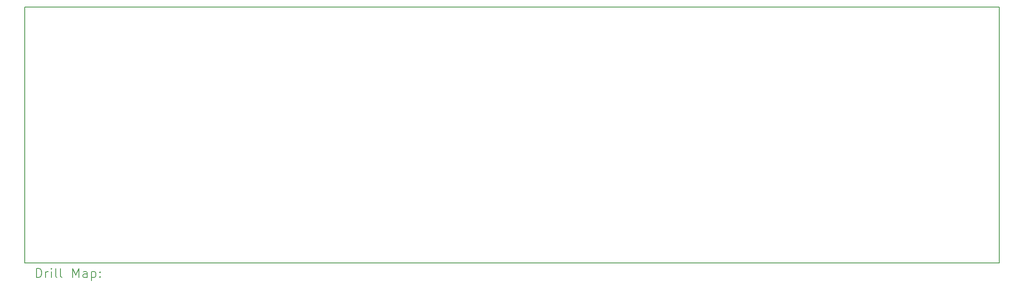
<source format=gbr>
%FSLAX45Y45*%
G04 Gerber Fmt 4.5, Leading zero omitted, Abs format (unit mm)*
G04 Created by KiCad (PCBNEW (6.0.0-0)) date 2024-09-02 12:42:08*
%MOMM*%
%LPD*%
G01*
G04 APERTURE LIST*
%TA.AperFunction,Profile*%
%ADD10C,0.150000*%
%TD*%
%ADD11C,0.200000*%
G04 APERTURE END LIST*
D10*
X26202500Y-10582500D02*
X5187500Y-10582500D01*
X5187500Y-10582500D02*
X5187500Y-5055000D01*
X5187500Y-5055000D02*
X26202500Y-5055000D01*
X26202500Y-5055000D02*
X26202500Y-10582500D01*
D11*
X5437619Y-10900476D02*
X5437619Y-10700476D01*
X5485238Y-10700476D01*
X5513810Y-10710000D01*
X5532857Y-10729048D01*
X5542381Y-10748095D01*
X5551905Y-10786190D01*
X5551905Y-10814762D01*
X5542381Y-10852857D01*
X5532857Y-10871905D01*
X5513810Y-10890952D01*
X5485238Y-10900476D01*
X5437619Y-10900476D01*
X5637619Y-10900476D02*
X5637619Y-10767143D01*
X5637619Y-10805238D02*
X5647143Y-10786190D01*
X5656667Y-10776667D01*
X5675714Y-10767143D01*
X5694762Y-10767143D01*
X5761428Y-10900476D02*
X5761428Y-10767143D01*
X5761428Y-10700476D02*
X5751905Y-10710000D01*
X5761428Y-10719524D01*
X5770952Y-10710000D01*
X5761428Y-10700476D01*
X5761428Y-10719524D01*
X5885238Y-10900476D02*
X5866190Y-10890952D01*
X5856667Y-10871905D01*
X5856667Y-10700476D01*
X5990000Y-10900476D02*
X5970952Y-10890952D01*
X5961428Y-10871905D01*
X5961428Y-10700476D01*
X6218571Y-10900476D02*
X6218571Y-10700476D01*
X6285238Y-10843333D01*
X6351905Y-10700476D01*
X6351905Y-10900476D01*
X6532857Y-10900476D02*
X6532857Y-10795714D01*
X6523333Y-10776667D01*
X6504286Y-10767143D01*
X6466190Y-10767143D01*
X6447143Y-10776667D01*
X6532857Y-10890952D02*
X6513809Y-10900476D01*
X6466190Y-10900476D01*
X6447143Y-10890952D01*
X6437619Y-10871905D01*
X6437619Y-10852857D01*
X6447143Y-10833810D01*
X6466190Y-10824286D01*
X6513809Y-10824286D01*
X6532857Y-10814762D01*
X6628095Y-10767143D02*
X6628095Y-10967143D01*
X6628095Y-10776667D02*
X6647143Y-10767143D01*
X6685238Y-10767143D01*
X6704286Y-10776667D01*
X6713809Y-10786190D01*
X6723333Y-10805238D01*
X6723333Y-10862381D01*
X6713809Y-10881429D01*
X6704286Y-10890952D01*
X6685238Y-10900476D01*
X6647143Y-10900476D01*
X6628095Y-10890952D01*
X6809048Y-10881429D02*
X6818571Y-10890952D01*
X6809048Y-10900476D01*
X6799524Y-10890952D01*
X6809048Y-10881429D01*
X6809048Y-10900476D01*
X6809048Y-10776667D02*
X6818571Y-10786190D01*
X6809048Y-10795714D01*
X6799524Y-10786190D01*
X6809048Y-10776667D01*
X6809048Y-10795714D01*
M02*

</source>
